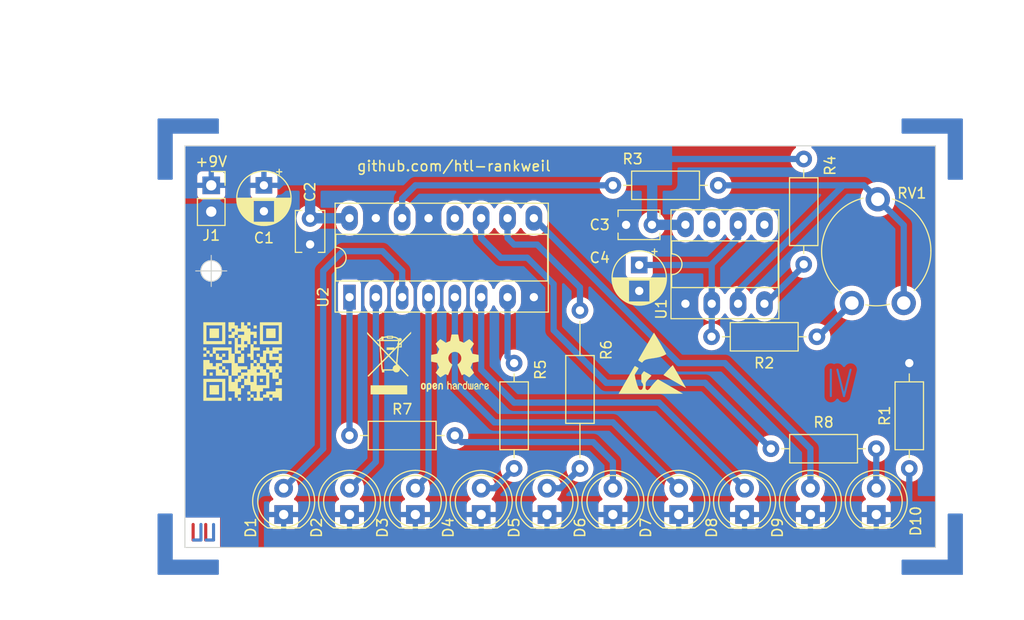
<source format=kicad_pcb>
(kicad_pcb (version 20221018) (generator pcbnew)
  (title_block (title "${acronym} - ${title}") (date "${date}") (rev "${revision}") (company "${company}") (comment 1 "${creator}") (comment 2 "${license}"))
  (layers (0 "F.Cu" signal) (31 "B.Cu" signal) (34 "B.Paste" user) (35 "F.Paste" user) (36 "B.SilkS" user "B.Silkscreen") (37 "F.SilkS" user "F.Silkscreen") (38 "B.Mask" user) (39 "F.Mask" user) (44 "Edge.Cuts" user))
  (property "acronym" "LL")
  (property "company" "HTL-Rankweil")
  (property "creator" "GAR")
  (property "date" "2024-10-10")
  (property "license" "CC BY-NC-SA 4.0")
  (property "link" "github.com/htl-rankweil")
  (property "revision" "1.0")
  (property "title" "Lauflicht")
  (net 0 "")
  (net 1 "+9V")
  (net 2 "GND")
  (net 3 "Net-(U1-THR)")
  (net 4 "/D1")
  (net 5 "/D2")
  (net 6 "/D3")
  (net 7 "/D4")
  (net 8 "/D5")
  (net 9 "/D6")
  (net 10 "/D7")
  (net 11 "/D8")
  (net 12 "/D9")
  (net 13 "/D10")
  (net 14 "Net-(R2-Pad2)")
  (net 15 "Net-(D1-K)")
  (net 16 "Net-(D4-A)")
  (net 17 "Net-(D5-A)")
  (net 18 "Net-(D6-A)")
  (net 19 "Net-(D10-A)")
  (net 20 "Net-(U2-CLK)")
  (net 21 "Net-(U1-Q)")
  (net 22 "Net-(U1-R)")
  (footprint "Potentiometer_THT:Potentiometer_Piher_PT-10-V10_Vertical" (layer "F.Cu") (at 170.925 97.075 90)
    (fp_text reference "RV1" (at 10.588 0.779 180) (layer "F.SilkS"))
    (fp_text value "100k")
    (pad "1" thru_hole circle (at 0 0 90) (size 2.34 2.34) (drill 1.3) (layers "*.Cu" "*.Mask") (net 21 "Net-(U1-Q)"))
    (pad "2" thru_hole circle (at 10 -2.5 90) (size 2.34 2.34) (drill 1.3) (layers "*.Cu" "*.Mask") (net 21 "Net-(U1-Q)"))
    (pad "3" thru_hole circle (at 0 -5 90) (size 2.34 2.34) (drill 1.3) (layers "*.Cu" "*.Mask") (net 14 "Net-(R2-Pad2)"))
  )
  (footprint "Symbol:ESD-Logo_6.6x6mm_SilkScreen" (layer "F.Cu") (at 146.685 102.87)
    (fp_text reference "FID1" hide)
    (fp_text value "ESD" hide)
  )
  (footprint "LED_THT:LED_D5.0mm" (layer "F.Cu") (at 130.175 117.475 90)
    (fp_text reference "D4" (at -1.27 -3.175 90) (layer "F.SilkS"))
    (fp_text value "LED")
    (pad "1" thru_hole rect (at 0 0 90) (size 1.8 1.8) (drill 0.9) (layers "*.Cu" "*.Mask") (net 15 "Net-(D1-K)"))
    (pad "2" thru_hole circle (at 2.54 0 90) (size 1.8 1.8) (drill 0.9) (layers "*.Cu" "*.Mask") (net 16 "Net-(D4-A)"))
  )
  (footprint "LED_THT:LED_D5.0mm" (layer "F.Cu") (at 142.875 117.475 90)
    (fp_text reference "D6" (at -1.27 -3.175 90) (layer "F.SilkS"))
    (fp_text value "LED")
    (pad "1" thru_hole rect (at 0 0 90) (size 1.8 1.8) (drill 0.9) (layers "*.Cu" "*.Mask") (net 15 "Net-(D1-K)"))
    (pad "2" thru_hole circle (at 2.54 0 90) (size 1.8 1.8) (drill 0.9) (layers "*.Cu" "*.Mask") (net 18 "Net-(D6-A)"))
  )
  (footprint "LED_THT:LED_D5.0mm" (layer "F.Cu") (at 123.825 117.475 90)
    (fp_text reference "D3" (at -1.27 -3.175 90) (layer "F.SilkS"))
    (fp_text value "LED")
    (pad "1" thru_hole rect (at 0 0 90) (size 1.8 1.8) (drill 0.9) (layers "*.Cu" "*.Mask") (net 15 "Net-(D1-K)"))
    (pad "2" thru_hole circle (at 2.54 0 90) (size 1.8 1.8) (drill 0.9) (layers "*.Cu" "*.Mask") (net 6 "/D3"))
  )
  (footprint "Resistor_THT:R_Axial_DIN0207_L6.3mm_D2.5mm_P10.16mm_Horizontal" (layer "F.Cu") (at 168.275 111.125 180)
    (fp_text reference "R8" (at 5.08 2.54) (layer "F.SilkS"))
    (fp_text value "0")
    (pad "1" thru_hole circle (at 0 0 180) (size 1.6 1.6) (drill 0.8) (layers "*.Cu" "*.Mask") (net 19 "Net-(D10-A)"))
    (pad "2" thru_hole oval (at 10.16 0 180) (size 1.6 1.6) (drill 0.8) (layers "*.Cu" "*.Mask") (net 13 "/D10"))
  )
  (footprint "LED_THT:LED_D5.0mm" (layer "F.Cu") (at 136.525 117.475 90)
    (fp_text reference "D5" (at -1.27 -3.175 90) (layer "F.SilkS"))
    (fp_text value "LED")
    (pad "1" thru_hole rect (at 0 0 90) (size 1.8 1.8) (drill 0.9) (layers "*.Cu" "*.Mask") (net 15 "Net-(D1-K)"))
    (pad "2" thru_hole circle (at 2.54 0 90) (size 1.8 1.8) (drill 0.9) (layers "*.Cu" "*.Mask") (net 17 "Net-(D5-A)"))
  )
  (footprint "Capacitor_THT:C_Disc_D3.8mm_W2.6mm_P2.50mm" (layer "F.Cu") (at 146.645 89.535 180)
    (fp_text reference "C3" (at 5.04 0) (layer "F.SilkS"))
    (fp_text value "100n")
    (pad "1" thru_hole circle (at 0 0 180) (size 1.6 1.6) (drill 0.8) (layers "*.Cu" "*.Mask") (net 1 "+9V"))
    (pad "2" thru_hole circle (at 2.5 0 180) (size 1.6 1.6) (drill 0.8) (layers "*.Cu" "*.Mask") (net 2 "GND"))
  )
  (footprint "Resistor_THT:R_Axial_DIN0207_L6.3mm_D2.5mm_P10.16mm_Horizontal" (layer "F.Cu") (at 171.46 113.03 90)
    (fp_text reference "R1" (at 5.08 -2.37 90) (layer "F.SilkS"))
    (fp_text value "470")
    (pad "1" thru_hole circle (at 0 0 90) (size 1.6 1.6) (drill 0.8) (layers "*.Cu" "*.Mask") (net 15 "Net-(D1-K)"))
    (pad "2" thru_hole oval (at 10.16 0 90) (size 1.6 1.6) (drill 0.8) (layers "*.Cu" "*.Mask") (net 2 "GND"))
  )
  (footprint "Symbol:OSHW-Logo2_7.3x6mm_SilkScreen" (layer "F.Cu") (at 127.635 102.87)
    (fp_text reference "FID2" hide)
    (fp_text value "OH" hide)
  )
  (footprint "LED_THT:LED_D5.0mm" (layer "F.Cu") (at 117.475 117.475 90)
    (fp_text reference "D2" (at -1.27 -3.175 90) (layer "F.SilkS"))
    (fp_text value "LED")
    (pad "1" thru_hole rect (at 0 0 90) (size 1.8 1.8) (drill 0.9) (layers "*.Cu" "*.Mask") (net 15 "Net-(D1-K)"))
    (pad "2" thru_hole circle (at 2.54 0 90) (size 1.8 1.8) (drill 0.9) (layers "*.Cu" "*.Mask") (net 5 "/D2"))
  )
  (footprint "Resistor_THT:R_Axial_DIN0207_L6.3mm_D2.5mm_P10.16mm_Horizontal" (layer "F.Cu") (at 161.28 93.345 90)
    (fp_text reference "R4" (at 9.525 2.55 90) (layer "F.SilkS"))
    (fp_text value "0")
    (pad "1" thru_hole circle (at 0 0 90) (size 1.6 1.6) (drill 0.8) (layers "*.Cu" "*.Mask") (net 22 "Net-(U1-R)"))
    (pad "2" thru_hole oval (at 10.16 0 90) (size 1.6 1.6) (drill 0.8) (layers "*.Cu" "*.Mask") (net 1 "+9V"))
  )
  (footprint "Resistor_THT:R_Axial_DIN0207_L6.3mm_D2.5mm_P10.16mm_Horizontal" (layer "F.Cu") (at 152.39 100.33)
    (fp_text reference "R2" (at 5.08 2.54) (layer "F.SilkS"))
    (fp_text value "1k")
    (pad "1" thru_hole circle (at 0 0) (size 1.6 1.6) (drill 0.8) (layers "*.Cu" "*.Mask") (net 3 "Net-(U1-THR)"))
    (pad "2" thru_hole oval (at 10.16 0) (size 1.6 1.6) (drill 0.8) (layers "*.Cu" "*.Mask") (net 14 "Net-(R2-Pad2)"))
  )
  (footprint "Package_DIP:DIP-8_W7.62mm_Socket_LongPads" (layer "F.Cu") (at 149.87 97.145 90)
    (fp_text reference "U1" (at -0.518 -2.33 90) (layer "F.SilkS"))
    (fp_text value "NE555P")
    (pad "1" thru_hole rect (at 0 0 90) (size 2.4 1.6) (drill 0.8) (layers "*.Cu" "*.Mask") (net 2 "GND"))
    (pad "2" thru_hole oval (at 0 2.54 90) (size 2.4 1.6) (drill 0.8) (layers "*.Cu" "*.Mask") (net 3 "Net-(U1-THR)"))
    (pad "3" thru_hole oval (at 0 5.08 90) (size 2.4 1.6) (drill 0.8) (layers "*.Cu" "*.Mask") (net 21 "Net-(U1-Q)"))
    (pad "4" thru_hole oval (at 0 7.62 90) (size 2.4 1.6) (drill 0.8) (layers "*.Cu" "*.Mask") (net 22 "Net-(U1-R)"))
    (pad "5" thru_hole oval (at 7.62 7.62 90) (size 2.4 1.6) (drill 0.8) (layers "*.Cu" "*.Mask"))
    (pad "6" thru_hole oval (at 7.62 5.08 90) (size 2.4 1.6) (drill 0.8) (layers "*.Cu" "*.Mask") (net 3 "Net-(U1-THR)"))
    (pad "7" thru_hole oval (at 7.62 2.54 90) (size 2.4 1.6) (drill 0.8) (layers "*.Cu" "*.Mask"))
    (pad "8" thru_hole oval (at 7.62 0 90) (size 2.4 1.6) (drill 0.8) (layers "*.Cu" "*.Mask") (net 1 "+9V"))
  )
  (footprint "Package_DIP:DIP-16_W7.62mm_Socket_LongPads" (layer "F.Cu") (at 117.475 96.51 90)
    (fp_text reference "U2" (at -0.01 -2.54 90) (layer "F.SilkS"))
    (fp_text value "4017")
    (pad "1" thru_hole rect (at 0 0 90) (size 2.4 1.2) (drill 0.8) (layers "*.Cu" "*.Mask") (net 9 "/D6"))
    (pad "2" thru_hole oval (at 0 2.54 90) (size 2.4 1.2) (drill 0.8) (layers "*.Cu" "*.Mask") (net 5 "/D2"))
    (pad "3" thru_hole oval (at 0 5.08 90) (size 2.4 1.2) (drill 0.8) (layers "*.Cu" "*.Mask") (net 4 "/D1"))
    (pad "4" thru_hole oval (at 0 7.62 90) (size 2.4 1.2) (drill 0.8) (layers "*.Cu" "*.Mask") (net 6 "/D3"))
    (pad "5" thru_hole oval (at 0 10.16 90) (size 2.4 1.2) (drill 0.8) (layers "*.Cu" "*.Mask") (net 10 "/D7"))
    (pad "6" thru_hole oval (at 0 12.7 90) (size 2.4 1.2) (drill 0.8) (layers "*.Cu" "*.Mask") (net 11 "/D8"))
    (pad "7" thru_hole oval (at 0 15.24 90) (size 2.4 1.6) (drill 0.8) (layers "*.Cu" "*.Mask") (net 7 "/D4"))
    (pad "8" thru_hole oval (at 0 17.78 90) (size 2.4 1.6) (drill 0.8) (layers "*.Cu" "*.Mask") (net 2 "GND"))
    (pad "9" thru_hole oval (at 7.62 17.78 90) (size 2.4 1.6) (drill 0.8) (layers "*.Cu" "*.Mask") (net 12 "/D9"))
    (pad "10" thru_hole oval (at 7.62 15.24 90) (size 2.4 1.6) (drill 0.8) (layers "*.Cu" "*.Mask") (net 8 "/D5"))
    (pad "11" thru_hole oval (at 7.62 12.7 90) (size 2.4 1.6) (drill 0.8) (layers "*.Cu" "*.Mask") (net 13 "/D10"))
    (pad "12" thru_hole oval (at 7.62 10.16 90) (size 2.4 1.6) (drill 0.8) (layers "*.Cu" "*.Mask"))
    (pad "13" thru_hole oval (at 7.62 7.62 90) (size 2.4 1.6) (drill 0.8) (layers "*.Cu" "*.Mask") (net 2 "GND"))
    (pad "14" thru_hole oval (at 7.62 5.08 90) (size 2.4 1.6) (drill 0.8) (layers "*.Cu" "*.Mask") (net 20 "Net-(U2-CLK)"))
    (pad "15" thru_hole oval (at 7.62 2.54 90) (size 2.4 1.6) (drill 0.8) (layers "*.Cu" "*.Mask") (net 2 "GND"))
    (pad "16" thru_hole oval (at 7.62 0 90) (size 2.4 1.6) (drill 0.8) (layers "*.Cu" "*.Mask") (net 1 "+9V"))
  )
  (footprint "LED_THT:LED_D5.0mm" (layer "F.Cu") (at 168.275 117.475 90)
    (fp_text reference "D10" (at -0.635 3.81 90) (layer "F.SilkS"))
    (fp_text value "LED")
    (pad "1" thru_hole rect (at 0 0 90) (size 1.8 1.8) (drill 0.9) (layers "*.Cu" "*.Mask") (net 15 "Net-(D1-K)"))
    (pad "2" thru_hole circle (at 2.54 0 90) (size 1.8 1.8) (drill 0.9) (layers "*.Cu" "*.Mask") (net 19 "Net-(D10-A)"))
  )
  (footprint "Resistor_THT:R_Axial_DIN0207_L6.3mm_D2.5mm_P15.24mm_Horizontal" (layer "F.Cu") (at 139.7 113.03 90)
    (fp_text reference "R6" (at 11.43 2.54 90) (layer "F.SilkS"))
    (fp_text value "0")
    (pad "1" thru_hole circle (at 0 0 90) (size 1.6 1.6) (drill 0.8) (layers "*.Cu" "*.Mask") (net 17 "Net-(D5-A)"))
    (pad "2" thru_hole oval (at 15.24 0 90) (size 1.6 1.6) (drill 0.8) (layers "*.Cu" "*.Mask") (net 8 "/D5"))
  )
  (footprint "Connector_PinSocket_2.54mm:PinSocket_1x02_P2.54mm_Vertical" (layer "F.Cu") (at 104.14 85.725)
    (fp_text reference "J1" (at 0 4.826) (layer "F.SilkS"))
    (fp_text value "Conn_01x02_Pin")
    (pad "1" thru_hole rect (at 0 0) (size 1.7 1.7) (drill 1) (layers "*.Cu" "*.Mask") (net 1 "+9V"))
    (pad "2" thru_hole oval (at 0 2.54) (size 1.7 1.7) (drill 1) (layers "*.Cu" "*.Mask") (net 2 "GND"))
  )
  (footprint "Resistor_THT:R_Axial_DIN0207_L6.3mm_D2.5mm_P10.16mm_Horizontal" (layer "F.Cu") (at 133.35 113.03 90)
    (fp_text reference "R5" (at 9.525 2.54 90) (layer "F.SilkS"))
    (fp_text value "0")
    (pad "1" thru_hole circle (at 0 0 90) (size 1.6 1.6) (drill 0.8) (layers "*.Cu" "*.Mask") (net 16 "Net-(D4-A)"))
    (pad "2" thru_hole oval (at 10.16 0 90) (size 1.6 1.6) (drill 0.8) (layers "*.Cu" "*.Mask") (net 7 "/D4"))
  )
  (footprint "LED_THT:LED_D5.0mm" (layer "F.Cu") (at 149.225 117.475 90)
    (fp_text reference "D7" (at -1.27 -3.175 90) (layer "F.SilkS"))
    (fp_text value "LED")
    (pad "1" thru_hole rect (at 0 0 90) (size 1.8 1.8) (drill 0.9) (layers "*.Cu" "*.Mask") (net 15 "Net-(D1-K)"))
    (pad "2" thru_hole circle (at 2.54 0 90) (size 1.8 1.8) (drill 0.9) (layers "*.Cu" "*.Mask") (net 10 "/D7"))
  )
  (footprint "Resistor_THT:R_Axial_DIN0207_L6.3mm_D2.5mm_P10.16mm_Horizontal" (layer "F.Cu") (at 153.035 85.725 180)
    (fp_text reference "R3" (at 8.255 2.54) (layer "F.SilkS"))
    (fp_text value "0")
    (pad "1" thru_hole circle (at 0 0 180) (size 1.6 1.6) (drill 0.8) (layers "*.Cu" "*.Mask") (net 21 "Net-(U1-Q)"))
    (pad "2" thru_hole oval (at 10.16 0 180) (size 1.6 1.6) (drill 0.8) (layers "*.Cu" "*.Mask") (net 20 "Net-(U2-CLK)"))
  )
  (footprint "Symbol:WEEE-Logo_4.2x6mm_SilkScreen" (layer "F.Cu") (at 121.285 102.87)
    (fp_text reference "FID3" hide)
    (fp_text value "BIN" hide)
  )
  (footprint "Images:QR_0x007e" (layer "F.Cu") (at 107.315 102.87)
    (fp_text reference "FID4" hide)
    (fp_text value "QR" hide)
  )
  (footprint "Capacitor_THT:CP_Radial_D5.0mm_P2.50mm" (layer "F.Cu") (at 145.415 93.409888 -90)
    (fp_text reference "C4" (at -0.699888 3.81 180) (layer "F.SilkS"))
    (fp_text value "1u")
    (pad "1" thru_hole rect (at 0 0 270) (size 1.6 1.6) (drill 0.8) (layers "*.Cu" "*.Mask") (net 3 "Net-(U1-THR)"))
    (pad "2" thru_hole circle (at 2.5 0 270) (size 1.6 1.6) (drill 0.8) (layers "*.Cu" "*.Mask") (net 2 "GND"))
  )
  (footprint "LED_THT:LED_D5.0mm" (layer "F.Cu") (at 161.925 117.475 90)
    (fp_text reference "D9" (at -1.27 -3.175 90) (layer "F.SilkS"))
    (fp_text value "LED")
    (pad "1" thru_hole rect (at 0 0 90) (size 1.8 1.8) (drill 0.9) (layers "*.Cu" "*.Mask") (net 15 "Net-(D1-K)"))
    (pad "2" thru_hole circle (at 2.54 0 90) (size 1.8 1.8) (drill 0.9) (layers "*.Cu" "*.Mask") (net 12 "/D9"))
  )
  (footprint "Capacitor_THT:C_Disc_D3.8mm_W2.6mm_P2.50mm" (layer "F.Cu") (at 113.675 88.92 -90)
    (fp_text reference "C2" (at -2.56 0.01 90) (layer "F.SilkS"))
    (fp_text value "100n")
    (pad "1" thru_hole circle (at 0 0 270) (size 1.6 1.6) (drill 0.8) (layers "*.Cu" "*.Mask") (net 1 "+9V"))
    (pad "2" thru_hole circle (at 2.5 0 270) (size 1.6 1.6) (drill 0.8) (layers "*.Cu" "*.Mask") (net 2 "GND"))
  )
  (footprint "LED_THT:LED_D5.0mm" (layer "F.Cu") (at 111.125 117.475 90)
    (fp_text reference "D1" (at -1.27 -3.175 90) (layer "F.SilkS"))
    (fp_text value "LED")
    (pad "1" thru_hole rect (at 0 0 90) (size 1.8 1.8) (drill 0.9) (layers "*.Cu" "*.Mask") (net 15 "Net-(D1-K)"))
    (pad "2" thru_hole circle (at 2.54 0 90) (size 1.8 1.8) (drill 0.9) (layers "*.Cu" "*.Mask") (net 4 "/D1"))
  )
  (footprint "LED_THT:LED_D5.0mm" (layer "F.Cu") (at 155.575 117.475 90)
    (fp_text reference "D8" (at -1.27 -3.175 90) (layer "F.SilkS"))
    (fp_text value "LED")
    (pad "1" thru_hole rect (at 0 0 90) (size 1.8 1.8) (drill 0.9) (layers "*.Cu" "*.Mask") (net 15 "Net-(D1-K)"))
    (pad "2" thru_hole circle (at 2.54 0 90) (size 1.8 1.8) (drill 0.9) (layers "*.Cu" "*.Mask") (net 11 "/D8"))
  )
  (footprint "Resistor_THT:R_Axial_DIN0207_L6.3mm_D2.5mm_P10.16mm_Horizontal" (layer "F.Cu") (at 127.635 109.855 180)
    (fp_text reference "R7" (at 5.08 2.54) (layer "F.SilkS"))
    (fp_text value "0")
    (pad "1" thru_hole circle (at 0 0 180) (size 1.6 1.6) (drill 0.8) (layers "*.Cu" "*.Mask") (net 18 "Net-(D6-A)"))
    (pad "2" thru_hole oval (at 10.16 0 180) (size 1.6 1.6) (drill 0.8) (layers "*.Cu" "*.Mask") (net 9 "/D6"))
  )
  (footprint "Capacitor_THT:CP_Radial_D5.0mm_P2.50mm" (layer "F.Cu") (at 109.22 85.725 -90)
    (fp_text reference "C1" (at 5.08 0 180) (layer "F.SilkS"))
    (fp_text value "10u")
    (pad "1" thru_hole rect (at 0 0 270) (size 1.6 1.6) (drill 0.8) (layers "*.Cu" "*.Mask") (net 1 "+9V"))
    (pad "2" thru_hole circle (at 2.5 0 270) (size 1.6 1.6) (drill 0.8) (layers "*.Cu" "*.Mask") (net 2 "GND"))
  )
  (gr_line (start 165.1635 106.045) (end 165.7985 103.505) (stroke (width 0.2)) (layer "B.Cu"))
  (gr_poly (pts (xy 104.775 80.645) (xy 100.33 80.645) (xy 100.33 85.09) (xy 99.06 85.09) (xy 99.06 79.375) (xy 104.775 79.375)) (stroke (width 0.2)) (fill solid) (layer "B.Cu"))
  (gr_line (start 163.8935 106.045) (end 163.8935 103.505) (stroke (width 0.2)) (layer "B.Cu"))
  (gr_line (start 164.5285 103.505) (end 165.1635 106.045) (stroke (width 0.2)) (layer "B.Cu"))
  (gr_poly (pts (xy 176.53 85.09) (xy 175.26 85.09) (xy 175.26 80.645) (xy 170.815 80.645) (xy 170.815 79.375) (xy 176.53 79.375)) (stroke (width 0.2)) (fill solid) (layer "B.Cu"))
  (gr_poly (pts (xy 176.53 123.19) (xy 170.815 123.19) (xy 170.815 121.92) (xy 175.26 121.92) (xy 175.26 117.475) (xy 176.53 117.475)) (stroke (width 0.2)) (fill solid) (layer "B.Cu"))
  (gr_poly (pts (xy 100.33 121.92) (xy 104.775 121.92) (xy 104.775 123.19) (xy 99.06 123.19) (xy 99.06 117.475) (xy 100.33 117.475)) (stroke (width 0.2)) (fill solid) (layer "B.Cu"))
  (gr_line (start 101.6 81.915) (end 173.99 81.915) (stroke (width 0.1)) (layer "Edge.Cuts"))
  (gr_line (start 173.99 81.915) (end 173.99 120.65) (stroke (width 0.1)) (layer "Edge.Cuts"))
  (gr_line (start 173.99 120.65) (end 101.6 120.65) (stroke (width 0.1)) (layer "Edge.Cuts"))
  (gr_line (start 101.6 120.65) (end 101.6 81.915) (stroke (width 0.1)) (layer "Edge.Cuts"))
  (gr_text "${acronym}" (at 103.251 119.253) (layer "F.Cu") (effects (font (size 1.5 1.5) (thickness 0.3))))
  (gr_text "${acronym}" (at 103.505 119.253) (layer "B.Cu") (effects (font (size 1.5 1.5) (thickness 0.3)) (justify mirror)))
  (gr_text "${link}" (at 118.11 84.455) (layer "F.SilkS") (effects (font (size 1 1)) (justify left bottom)))
  (gr_text "+9V" (at 104.14 83.439) (layer "F.SilkS") (effects (font (size 1 1))))
  (target plus (at 104.14 93.98) (size 3) (width 0.1) (layer "Edge.Cuts"))
  (segment (start 161.28 83.185) (end 147.32 83.185) (width 0.6) (layer "B.Cu") (net 1))
  (segment (start 149.87 89.525) (end 149.86 89.535) (width 1) (layer "B.Cu") (net 1))
  (segment (start 146.685 89.535) (end 146.665 89.515) (width 1) (layer "B.Cu") (net 1))
  (segment (start 117.465 88.9) (end 117.475 88.89) (width 1) (layer "B.Cu") (net 1))
  (segment (start 113.675 88.9) (end 117.465 88.9) (width 1) (layer "B.Cu") (net 1))
  (segment (start 146.665 89.515) (end 146.665 83.84) (width 1) (layer "B.Cu") (net 1))
  (segment (start 113.675 83.82) (end 113.675 88.9) (width 1) (layer "B.Cu") (net 1))
  (segment (start 147.32 83.185) (end 146.665 83.84) (width 0.6) (layer "B.Cu") (net 1))
  (segment (start 149.86 89.535) (end 146.685 89.535) (width 1) (layer "B.Cu") (net 1))
  (segment (start 152.335112 93.409888) (end 152.41 93.335) (width 0.6) (layer "B.Cu") (net 3))
  (segment (start 154.95 90.795) (end 154.95 89.525) (width 0.6) (layer "B.Cu") (net 3))
  (segment (start 152.41 93.335) (end 152.41 100.31) (width 0.6) (layer "B.Cu") (net 3))
  (segment (start 145.415 93.409888) (end 152.335112 93.409888) (width 0.6) (layer "B.Cu") (net 3))
  (segment (start 152.41 100.31) (end 152.39 100.33) (width 0.6) (layer "B.Cu") (net 3))
  (segment (start 152.41 93.335) (end 154.95 90.795) (width 0.6) (layer "B.Cu") (net 3))
  (segment (start 120.65 92.075) (end 122.555 93.98) (width 0.6) (layer "B.Cu") (net 4))
  (segment (start 111.125 114.935) (end 114.935 111.125) (width 0.6) (layer "B.Cu") (net 4))
  (segment (start 114.935 93.98) (end 116.84 92.075) (width 0.6) (layer "B.Cu") (net 4))
  (segment (start 114.935 111.125) (end 114.935 93.98) (width 0.6) (layer "B.Cu") (net 4))
  (segment (start 122.555 93.98) (end 122.555 96.51) (width 0.6) (layer "B.Cu") (net 4))
  (segment (start 116.84 92.075) (end 120.65 92.075) (width 0.6) (layer "B.Cu") (net 4))
  (segment (start 120.015 112.395) (end 120.015 96.51) (width 0.6) (layer "B.Cu") (net 5))
  (segment (start 117.475 114.935) (end 120.015 112.395) (width 0.6) (layer "B.Cu") (net 5))
  (segment (start 125.095 113.665) (end 125.095 96.51) (width 0.6) (layer "B.Cu") (net 6))
  (segment (start 123.825 114.935) (end 125.095 113.665) (width 0.6) (layer "B.Cu") (net 6))
  (segment (start 132.715 96.51) (end 132.715 102.235) (width 0.6) (layer "B.Cu") (net 7))
  (segment (start 132.715 102.235) (end 133.35 102.87) (width 0.6) (layer "B.Cu") (net 7))
  (segment (start 135.5725 91.44) (end 133.35 91.44) (width 0.6) (layer "B.Cu") (net 8))
  (segment (start 139.7 95.5675) (end 139.7 97.79) (width 0.6) (layer "B.Cu") (net 8))
  (segment (start 139.7 95.5675) (end 135.5725 91.44) (width 0.6) (layer "B.Cu") (net 8))
  (segment (start 133.35 91.44) (end 132.715 90.805) (width 0.6) (layer "B.Cu") (net 8))
  (segment (start 132.715 90.805) (end 132.715 88.89) (width 0.6) (layer "B.Cu") (net 8))
  (segment (start 117.475 109.855) (end 117.475 96.51) (width 0.6) (layer "B.Cu") (net 9))
  (segment (start 131.445 108.585) (end 127.635 104.775) (width 0.6) (layer "B.Cu") (net 10))
  (segment (start 127.635 104.775) (end 127.635 96.51) (width 0.6) (layer "B.Cu") (net 10))
  (segment (start 142.875 108.585) (end 131.445 108.585) (width 0.6) (layer "B.Cu") (net 10))
  (segment (start 149.225 114.935) (end 142.875 108.585) (width 0.6) (layer "B.Cu") (net 10))
  (segment (start 147.32 106.68) (end 133.35 106.68) (width 0.6) (layer "B.Cu") (net 11))
  (segment (start 133.35 106.68) (end 130.175 103.505) (width 0.6) (layer "B.Cu") (net 11))
  (segment (start 155.575 114.935) (end 147.32 106.68) (width 0.6) (layer "B.Cu") (net 11))
  (segment (start 130.175 103.505) (end 130.175 96.51) (width 0.6) (layer "B.Cu") (net 11))
  (segment (start 135.255 88.89) (end 135.255 88.9) (width 0.6) (layer "B.Cu") (net 12))
  (segment (start 161.925 111.125) (end 161.925 114.935) (width 0.6) (layer "B.Cu") (net 12))
  (segment (start 149.225 102.87) (end 153.67 102.87) (width 0.6) (layer "B.Cu") (net 12))
  (segment (start 135.255 88.9) (end 149.225 102.87) (width 0.6) (layer "B.Cu") (net 12))
  (segment (start 153.67 102.87) (end 161.925 111.125) (width 0.6) (layer "B.Cu") (net 12))
  (segment (start 137.16 95.25) (end 134.62 92.71) (width 0.6) (layer "B.Cu") (net 13))
  (segment (start 151.765 104.775) (end 142.24 104.775) (width 0.6) (layer "B.Cu") (net 13))
  (segment (start 158.115 111.125) (end 151.765 104.775) (width 0.6) (layer "B.Cu") (net 13))
  (segment (start 132.08 92.71) (end 130.175 90.805) (width 0.6) (layer "B.Cu") (net 13))
  (segment (start 134.62 92.71) (end 132.08 92.71) (width 0.6) (layer "B.Cu") (net 13))
  (segment (start 130.175 90.805) (end 130.175 88.89) (width 0.6) (layer "B.Cu") (net 13))
  (segment (start 142.24 104.775) (end 137.16 99.695) (width 0.6) (layer "B.Cu") (net 13))
  (segment (start 137.16 99.695) (end 137.16 95.25) (width 0.6) (layer "B.Cu") (net 13))
  (segment (start 162.67 100.33) (end 165.925 97.075) (width 0.6) (layer "B.Cu") (net 14))
  (segment (start 162.55 100.33) (end 162.67 100.33) (width 0.6) (layer "B.Cu") (net 14))
  (segment (start 171.46 113.03) (end 171.46 117.465) (width 0.6) (layer "B.Cu") (net 15))
  (segment (start 171.45 117.475) (end 171.46 117.465) (width 0.6) (layer "B.Cu") (net 15))
  (segment (start 130.175 114.935) (end 131.445 114.935) (width 0.6) (layer "B.Cu") (net 16))
  (segment (start 131.445 114.935) (end 133.35 113.03) (width 0.6) (layer "B.Cu") (net 16))
  (segment (start 136.525 114.935) (end 137.795 114.935) (width 0.6) (layer "B.Cu") (net 17))
  (segment (start 137.795 114.935) (end 139.7 113.03) (width 0.6) (layer "B.Cu") (net 17))
  (segment (start 142.875 112.395) (end 140.97 110.49) (width 0.6) (layer "B.Cu") (net 18))
  (segment (start 140.97 110.49) (end 128.27 110.49) (width 0.6) (layer "B.Cu") (net 18))
  (segment (start 128.27 110.49) (end 127.635 109.855) (width 0.6) (layer "B.Cu") (net 18))
  (segment (start 142.875 114.935) (end 142.875 112.395) (width 0.6) (layer "B.Cu") (net 18))
  (segment (start 168.275 114.935) (end 168.275 111.125) (width 0.6) (layer "B.Cu") (net 19))
  (segment (start 122.555 88.89) (end 122.555 87.005) (width 0.6) (layer "B.Cu") (net 20))
  (segment (start 123.835 85.725) (end 142.875 85.725) (width 0.6) (layer "B.Cu") (net 20))
  (segment (start 122.555 87.005) (end 123.835 85.725) (width 0.6) (layer "B.Cu") (net 20))
  (segment (start 154.95 96.51) (end 154.95 95.875) (width 0.6) (layer "B.Cu") (net 21))
  (segment (start 154.95 95.875) (end 165.1 85.725) (width 0.6) (layer "B.Cu") (net 21))
  (segment (start 170.925 97.075) (end 170.925 89.575) (width 0.6) (layer "B.Cu") (net 21))
  (segment (start 167.075 85.725) (end 153.035 85.725) (width 0.6) (layer "B.Cu") (net 21))
  (segment (start 170.925 89.575) (end 168.425 87.075) (width 0.6) (layer "B.Cu") (net 21))
  (segment (start 168.425 87.075) (end 167.075 85.725) (width 0.6) (layer "B.Cu") (net 21))
  (segment (start 161.28 93.482) (end 161.28 93.345) (width 0.6) (layer "B.Cu") (net 22))
  (segment (start 157.617 97.145) (end 161.28 93.482) (width 0.6) (layer "B.Cu") (net 22))
  (segment (start 157.49 97.145) (end 157.617 97.145) (width 0.6) (layer "B.Cu") (net 22))
  (zone (net 2) (net_name "GND") (layers "F&B.Cu") (connect_pads yes (clearance 0.508)) (min_thickness 0.254) (fill yes (thermal_gap 0.508) (thermal_bridge_width 0.508))
    (polygon (pts (xy 173.99 120.65) (xy 101.6 120.65) (xy 101.6 81.915) (xy 173.99 81.915)))
  )
  (zone (net 15) (net_name "Net-(D1-K)") (layer "B.Cu") (priority 1) (connect_pads (clearance 0.508)) (min_thickness 0.254) (fill yes (thermal_gap 0.508) (thermal_bridge_width 0.508))
    (polygon (pts (xy 173.99 120.65) (xy 109.22 120.65) (xy 109.22 116.205) (xy 173.99 116.205)))
  )
  (zone (net 1) (net_name "+9V") (layer "B.Cu") (priority 1) (connect_pads (clearance 0.508)) (min_thickness 0.254) (fill yes (thermal_gap 0.508) (thermal_bridge_width 0.508))
    (polygon (pts (xy 148.59 85.725) (xy 111.125 85.725) (xy 109.855 86.930112) (xy 101.6 86.995) (xy 101.6 81.915) (xy 148.59 81.915)))
  )
)
</source>
